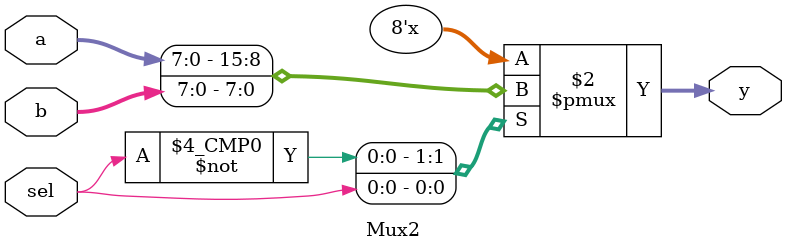
<source format=sv>
module Mux2#(parameter width=8)(input logic [width-1:0] a,b , input logic sel, output logic [width-1:0] y);
always_comb
case(sel)
1'b0: y=a;
1'b1: y=b;
endcase
endmodule

</source>
